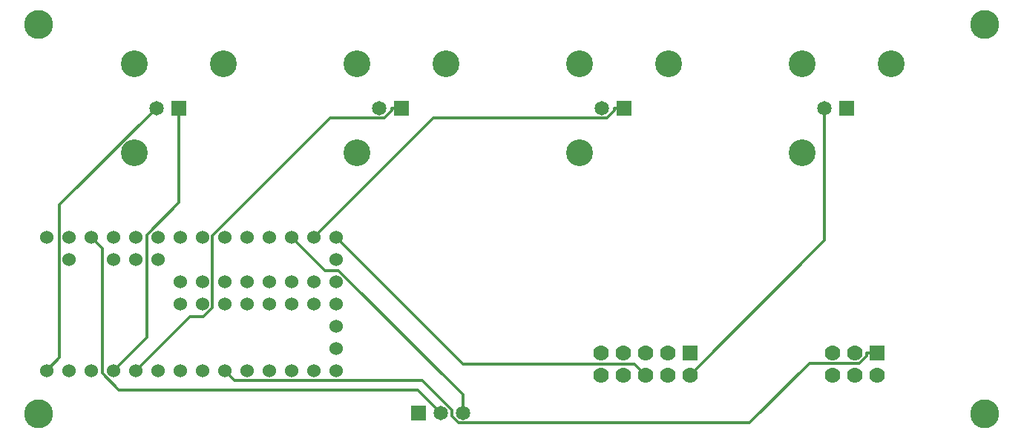
<source format=gbr>
G04 #@! TF.FileFunction,Copper,L2,Bot,Signal*
%FSLAX46Y46*%
G04 Gerber Fmt 4.6, Leading zero omitted, Abs format (unit mm)*
G04 Created by KiCad (PCBNEW 4.0.7-e2-6376~58~ubuntu16.04.1) date Wed Jan 17 11:07:31 2018*
%MOMM*%
%LPD*%
G01*
G04 APERTURE LIST*
%ADD10C,0.100000*%
%ADD11R,1.778000X1.778000*%
%ADD12C,1.778000*%
%ADD13C,3.048000*%
%ADD14R,1.651000X1.651000*%
%ADD15C,1.651000*%
%ADD16C,3.302000*%
%ADD17C,1.524000*%
%ADD18C,0.304800*%
G04 APERTURE END LIST*
D10*
D11*
X128270000Y-91440000D03*
D12*
X128270000Y-93980000D03*
X125730000Y-91440000D03*
X125730000Y-93980000D03*
X123190000Y-91440000D03*
X123190000Y-93980000D03*
X120650000Y-91440000D03*
X120650000Y-93980000D03*
X118110000Y-91440000D03*
X118110000Y-93980000D03*
D11*
X149606000Y-91440000D03*
D12*
X149606000Y-93980000D03*
X147066000Y-91440000D03*
X147066000Y-93980000D03*
X144526000Y-91440000D03*
X144526000Y-93980000D03*
D13*
X64897000Y-58420000D03*
X75057000Y-58420000D03*
D14*
X69977000Y-63500000D03*
D15*
X67437000Y-63500000D03*
D13*
X64897000Y-68580000D03*
X90297000Y-58420000D03*
X100457000Y-58420000D03*
D14*
X95377000Y-63500000D03*
D15*
X92837000Y-63500000D03*
D13*
X90297000Y-68580000D03*
X115697000Y-58420000D03*
X125857000Y-58420000D03*
D14*
X120777000Y-63500000D03*
D15*
X118237000Y-63500000D03*
D13*
X115697000Y-68580000D03*
X141097000Y-58420000D03*
X151257000Y-58420000D03*
D14*
X146177000Y-63500000D03*
D15*
X143637000Y-63500000D03*
D13*
X141097000Y-68580000D03*
D16*
X53975000Y-53975000D03*
X161925000Y-53975000D03*
X53975000Y-98425000D03*
X161925000Y-98425000D03*
D17*
X54864000Y-93472000D03*
X57404000Y-93472000D03*
X59944000Y-93472000D03*
X62484000Y-93472000D03*
X65024000Y-93472000D03*
X67564000Y-93472000D03*
X70104000Y-93472000D03*
X72644000Y-93472000D03*
X75184000Y-93472000D03*
X77724000Y-93472000D03*
X80264000Y-93472000D03*
X82804000Y-93472000D03*
X85344000Y-93472000D03*
X87884000Y-93472000D03*
X87884000Y-90932000D03*
X87884000Y-88392000D03*
X87884000Y-85852000D03*
X87884000Y-83312000D03*
X87884000Y-80772000D03*
X87884000Y-78232000D03*
X85344000Y-78232000D03*
X82804000Y-78232000D03*
X80264000Y-78232000D03*
X77724000Y-78232000D03*
X75184000Y-78232000D03*
X72644000Y-78232000D03*
X70104000Y-78232000D03*
X67564000Y-78232000D03*
X65024000Y-78232000D03*
X62484000Y-78232000D03*
X59944000Y-78232000D03*
X57404000Y-78232000D03*
X54864000Y-78232000D03*
X70104000Y-85852000D03*
X72644000Y-85852000D03*
X75184000Y-85852000D03*
X77724000Y-85852000D03*
X80264000Y-85852000D03*
X82804000Y-85852000D03*
X85344000Y-85852000D03*
X85344000Y-83312000D03*
X82804000Y-83312000D03*
X80264000Y-83312000D03*
X77724000Y-83312000D03*
X75184000Y-83312000D03*
X72644000Y-83312000D03*
X70104000Y-83312000D03*
X67564000Y-80772000D03*
X65024000Y-80772000D03*
X62484000Y-80772000D03*
X57404000Y-80772000D03*
D14*
X97282000Y-98298000D03*
D15*
X99822000Y-98298000D03*
X102362000Y-98298000D03*
D18*
X143637000Y-78613000D02*
X143637000Y-63500000D01*
X128270000Y-93980000D02*
X143637000Y-78613000D01*
X56336800Y-91999200D02*
X54864000Y-93472000D01*
X56336800Y-74529100D02*
X56336800Y-91999200D01*
X67365900Y-63500000D02*
X56336800Y-74529100D01*
X67437000Y-63500000D02*
X67365900Y-63500000D01*
X121920000Y-92710000D02*
X123190000Y-93980000D01*
X102362000Y-92710000D02*
X121920000Y-92710000D01*
X87884000Y-78232000D02*
X102362000Y-92710000D01*
X148411900Y-91813300D02*
X148411900Y-91440000D01*
X147591100Y-92634100D02*
X148411900Y-91813300D01*
X141906400Y-92634100D02*
X147591100Y-92634100D01*
X135092700Y-99447800D02*
X141906400Y-92634100D01*
X101882600Y-99447800D02*
X135092700Y-99447800D01*
X101092000Y-98657200D02*
X101882600Y-99447800D01*
X101092000Y-97968200D02*
X101092000Y-98657200D01*
X97718900Y-94595100D02*
X101092000Y-97968200D01*
X76307100Y-94595100D02*
X97718900Y-94595100D01*
X75184000Y-93472000D02*
X76307100Y-94595100D01*
X149606000Y-91440000D02*
X148411900Y-91440000D01*
X69977000Y-74279300D02*
X69977000Y-63500000D01*
X66294000Y-77962300D02*
X69977000Y-74279300D01*
X66294000Y-89662000D02*
X66294000Y-77962300D01*
X62484000Y-93472000D02*
X66294000Y-89662000D01*
X94246400Y-63782800D02*
X94246400Y-63500000D01*
X93398600Y-64630600D02*
X94246400Y-63782800D01*
X87234900Y-64630600D02*
X93398600Y-64630600D01*
X73752200Y-78113300D02*
X87234900Y-64630600D01*
X73752200Y-86291400D02*
X73752200Y-78113300D01*
X72777100Y-87266500D02*
X73752200Y-86291400D01*
X71229500Y-87266500D02*
X72777100Y-87266500D01*
X65024000Y-93472000D02*
X71229500Y-87266500D01*
X95377000Y-63500000D02*
X94246400Y-63500000D01*
X120777000Y-63500000D02*
X119646400Y-63500000D01*
X98945400Y-64630600D02*
X85344000Y-78232000D01*
X118798600Y-64630600D02*
X98945400Y-64630600D01*
X119646400Y-63782800D02*
X118798600Y-64630600D01*
X119646400Y-63500000D02*
X119646400Y-63782800D01*
X86614000Y-82042000D02*
X82804000Y-78232000D01*
X88180700Y-82042000D02*
X86614000Y-82042000D01*
X102362000Y-96223300D02*
X88180700Y-82042000D01*
X102362000Y-98298000D02*
X102362000Y-96223300D01*
X61214000Y-79502000D02*
X59944000Y-78232000D01*
X61214000Y-93762600D02*
X61214000Y-79502000D01*
X63105900Y-95654500D02*
X61214000Y-93762600D01*
X97178500Y-95654500D02*
X63105900Y-95654500D01*
X99822000Y-98298000D02*
X97178500Y-95654500D01*
M02*

</source>
